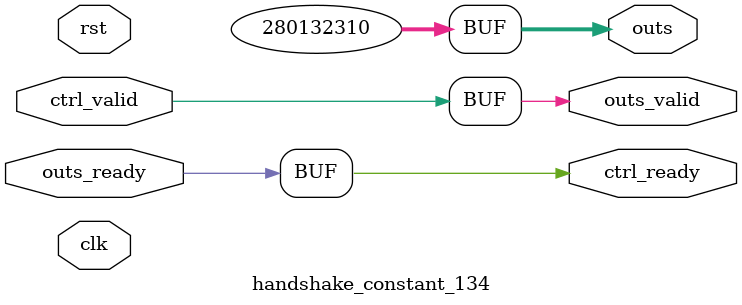
<source format=v>
`timescale 1ns / 1ps
module handshake_constant_134 #(
  parameter DATA_WIDTH = 32  // Default set to 32 bits
) (
  input                       clk,
  input                       rst,
  // Input Channel
  input                       ctrl_valid,
  output                      ctrl_ready,
  // Output Channel
  output [DATA_WIDTH - 1 : 0] outs,
  output                      outs_valid,
  input                       outs_ready
);
  assign outs       = 30'b010000101100100111101011010110;
  assign outs_valid = ctrl_valid;
  assign ctrl_ready = outs_ready;

endmodule

</source>
